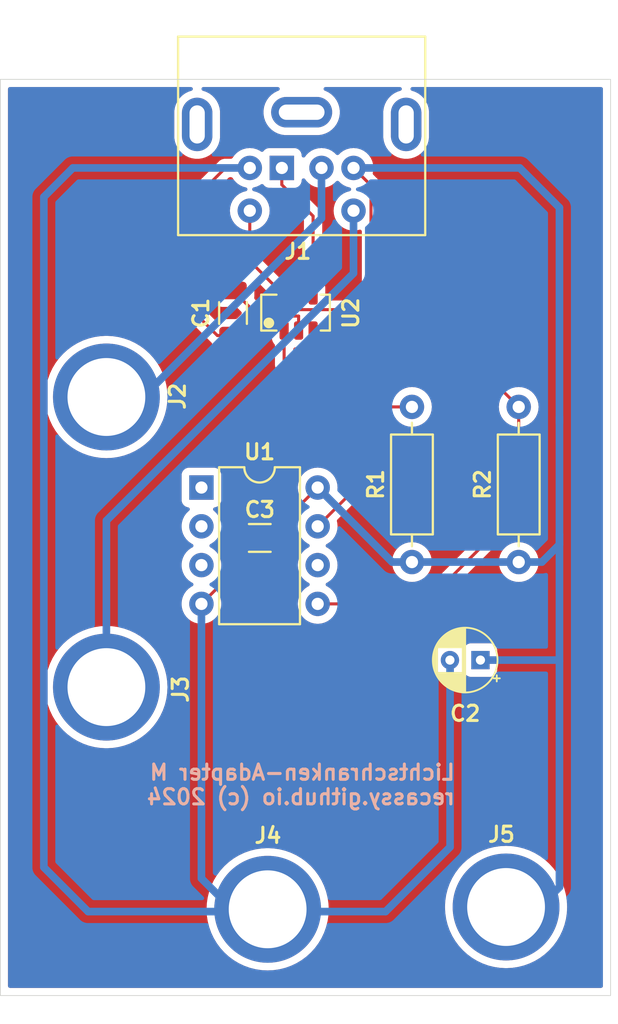
<source format=kicad_pcb>
(kicad_pcb (version 20240108) (generator "pcbnew") (generator_version "8.0")
  (layers (0 "F.Cu" signal) (31 "B.Cu" signal) (34 "B.Paste" user) (35 "F.Paste" user) (36 "B.SilkS" user "B.Silkscreen") (37 "F.SilkS" user "F.Silkscreen") (38 "B.Mask" user) (39 "F.Mask" user) (44 "Edge.Cuts" user))
  (net 0 "")
  (net 1 "GND")
  (net 2 "+5V")
  (net 3 "F")
  (net 4 "SCK")
  (net 5 "SDA")
  (net 6 "E")
  (net 7 "Net-(U1-PB2)")
  (net 8 "Net-(U1-AREF{slash}PB0)")
  (footprint "Library:Connector_Mini-DIN_Female_6Pin_2rows" (layer "F.Cu") (at 143.5 55.5 180)
    (property "Reference" "J1" (at -1.05 -5.47 0) (layer "F.SilkS") (effects (font (thickness 0.2) (bold yes))))
    (property "Value" "Mini-DIN-6")
    (fp_line (start 6.8 -4.4) (end 6.8 8.6) (stroke (width 0.15)) (layer "F.SilkS"))
    (fp_line (start -9.4 8.6) (end 6.8 8.6) (stroke (width 0.15)) (layer "F.SilkS"))
    (fp_line (start -9.4 -4.4) (end 6.8 -4.4) (stroke (width 0.15)) (layer "F.SilkS"))
    (fp_line (start -9.4 -4.4) (end -9.4 8.6) (stroke (width 0.15)) (layer "F.SilkS"))
    (pad "1" thru_hole rect (at 0 0 180) (size 1.6 1.6) (drill 0.8) (layers "*.Cu" "*.Mask") (net 5 "SDA"))
    (pad "2" thru_hole circle (at -2.6 0 180) (size 1.6 1.6) (drill 0.8) (layers "*.Cu" "*.Mask") (net 6 "E"))
    (pad "3" thru_hole circle (at 2.1 0 180) (size 1.6 1.6) (drill 0.8) (layers "*.Cu" "*.Mask") (net 1 "GND"))
    (pad "4" thru_hole circle (at -4.7 0 180) (size 1.6 1.6) (drill 0.8) (layers "*.Cu" "*.Mask") (net 2 "+5V"))
    (pad "5" thru_hole circle (at 2.1 -2.8 180) (size 1.6 1.6) (drill 0.8) (layers "*.Cu" "*.Mask") (net 4 "SCK"))
    (pad "6" thru_hole circle (at -4.7 -2.8 180) (size 1.6 1.6) (drill 0.8) (layers "*.Cu" "*.Mask") (net 3 "F"))
    (pad "7" thru_hole oval (at -8.15 2.85 180) (size 2 3.5) (drill oval 1 2.5) (layers "*.Cu" "*.Mask"))
    (pad "7" thru_hole oval (at -1.3 3.65 180) (size 4 2) (drill oval 3 1) (layers "*.Cu" "*.Mask"))
    (pad "7" thru_hole oval (at 5.55 2.85 180) (size 2 3.5) (drill oval 1 2.5) (layers "*.Cu" "*.Mask"))
  )
  (footprint "Library2:USBLC6" (layer "F.Cu") (at 148.65 65.15 90)
    (property "Reference" "U2" (at 0.14 -0.62 90) (layer "F.SilkS") (effects (font (thickness 0.2) (bold yes))))
    (property "Value" "USBLC6" (hide yes))
    (fp_line (start 1.35 -6.5) (end 1.35 -5.5) (stroke (width 0.15)) (layer "F.SilkS"))
    (fp_line (start -1 -6.5) (end 1.35 -6.5) (stroke (width 0.15)) (layer "F.SilkS"))
    (fp_line (start -1 -5.5) (end -1 -6.5) (stroke (width 0.15)) (layer "F.SilkS"))
    (fp_line (start -1 -2.6) (end -1 -2) (stroke (width 0.15)) (layer "F.SilkS"))
    (fp_line (start 1.35 -2) (end 1.35 -2.6) (stroke (width 0.15)) (layer "F.SilkS"))
    (fp_line (start -1 -2) (end 1.35 -2) (stroke (width 0.15)) (layer "F.SilkS"))
    (fp_circle (center -0.5 -6) (end -0.2 -6) (stroke (width 0.1)) (fill solid) (layer "F.SilkS"))
    (pad "1" smd roundrect (at -1 -5 90) (size 1.2 0.6) (layers "F.Cu" "F.Paste" "F.Mask") (net 7 "Net-(U1-PB2)"))
    (pad "2" smd roundrect (at -1 -4.05 90) (size 1.2 0.6) (layers "F.Cu" "F.Paste" "F.Mask") (net 1 "GND"))
    (pad "3" smd roundrect (at -1 -3.1 90) (size 1.2 0.6) (layers "F.Cu" "F.Paste" "F.Mask") (net 8 "Net-(U1-AREF{slash}PB0)"))
    (pad "4" smd roundrect (at 1.3 -3.1 90) (size 1.2 0.6) (layers "F.Cu" "F.Paste" "F.Mask") (net 5 "SDA"))
    (pad "5" smd roundrect (at 1.3 -4.05 90) (size 1.2 0.6) (layers "F.Cu" "F.Paste" "F.Mask") (net 2 "+5V"))
    (pad "6" smd roundrect (at 1.3 -5 90) (size 1.2 0.6) (layers "F.Cu" "F.Paste" "F.Mask") (net 4 "SCK"))
  )
  (footprint "Resistor_THT:R_Axial_DIN0207_L6.3mm_D2.5mm_P10.16mm_Horizontal" (layer "F.Cu") (at 152.03 81.31 90)
    (property "Reference" "R1" (at 5.08 -2.37 90) (layer "F.SilkS") (effects (font (thickness 0.2))))
    (property "Value" "R")
    (fp_line (start 8.35 -1.37) (end 1.81 -1.37) (stroke (width 0.15)) (layer "F.SilkS"))
    (fp_line (start 1.81 -1.37) (end 1.81 1.37) (stroke (width 0.15)) (layer "F.SilkS"))
    (fp_line (start 9.12 0) (end 8.35 0) (stroke (width 0.15)) (layer "F.SilkS"))
    (fp_line (start 1.04 0) (end 1.81 0) (stroke (width 0.15)) (layer "F.SilkS"))
    (fp_line (start 8.35 1.37) (end 8.35 -1.37) (stroke (width 0.15)) (layer "F.SilkS"))
    (fp_line (start 1.81 1.37) (end 8.35 1.37) (stroke (width 0.15)) (layer "F.SilkS"))
    (pad "1" thru_hole circle (at 0 0 90) (size 1.6 1.6) (drill 0.8) (layers "*.Cu" "*.Mask") (net 2 "+5V"))
    (pad "2" thru_hole oval (at 10.16 0 90) (size 1.6 1.6) (drill 0.8) (layers "*.Cu" "*.Mask") (net 7 "Net-(U1-PB2)"))
  )
  (footprint "Capacitor_THT:CP_Radial_D4.0mm_P2.00mm" (layer "F.Cu") (at 156.52 87.73 180)
    (property "Reference" "C2" (at 1 -3.5 0) (layer "F.SilkS") (effects (font (thickness 0.2) (bold yes))))
    (property "Value" "C_Polarized")
    (fp_line (start 3.081 -0.37) (end 3.081 0.37) (stroke (width 0.12)) (layer "F.SilkS"))
    (fp_line (start 3.041 -0.537) (end 3.041 0.537) (stroke (width 0.12)) (layer "F.SilkS"))
    (fp_line (start 3.001 -0.664) (end 3.001 0.664) (stroke (width 0.12)) (layer "F.SilkS"))
    (fp_line (start 2.961 -0.768) (end 2.961 0.768) (stroke (width 0.12)) (layer "F.SilkS"))
    (fp_line (start 2.921 -0.859) (end 2.921 0.859) (stroke (width 0.12)) (layer "F.SilkS"))
    (fp_line (start 2.881 -0.94) (end 2.881 0.94) (stroke (width 0.12)) (layer "F.SilkS"))
    (fp_line (start 2.841 -1.013) (end 2.841 1.013) (stroke (width 0.12)) (layer "F.SilkS"))
    (fp_line (start 2.801 0.84) (end 2.801 1.08) (stroke (width 0.12)) (layer "F.SilkS"))
    (fp_line (start 2.801 -1.08) (end 2.801 -0.84) (stroke (width 0.12)) (layer "F.SilkS"))
    (fp_line (start 2.761 0.84) (end 2.761 1.142) (stroke (width 0.12)) (layer "F.SilkS"))
    (fp_line (start 2.761 -1.142) (end 2.761 -0.84) (stroke (width 0.12)) (layer "F.SilkS"))
    (fp_line (start 2.721 0.84) (end 2.721 1.2) (stroke (width 0.12)) (layer "F.SilkS"))
    (fp_line (start 2.721 -1.2) (end 2.721 -0.84) (stroke (width 0.12)) (layer "F.SilkS"))
    (fp_line (start 2.681 0.84) (end 2.681 1.254) (stroke (width 0.12)) (layer "F.SilkS"))
    (fp_line (start 2.681 -1.254) (end 2.681 -0.84) (stroke (width 0.12)) (layer "F.SilkS"))
    (fp_line (start 2.641 0.84) (end 2.641 1.304) (stroke (width 0.12)) (layer "F.SilkS"))
    (fp_line (start 2.641 -1.304) (end 2.641 -0.84) (stroke (width 0.12)) (layer "F.SilkS"))
    (fp_line (start 2.601 0.84) (end 2.601 1.351) (stroke (width 0.12)) (layer "F.SilkS"))
    (fp_line (start 2.601 -1.351) (end 2.601 -0.84) (stroke (width 0.12)) (layer "F.SilkS"))
    (fp_line (start 2.561 0.84) (end 2.561 1.396) (stroke (width 0.12)) (layer "F.SilkS"))
    (fp_line (start 2.561 -1.396) (end 2.561 -0.84) (stroke (width 0.12)) (layer "F.SilkS"))
    (fp_line (start 2.521 0.84) (end 2.521 1.438) (stroke (width 0.12)) (layer "F.SilkS"))
    (fp_line (start 2.521 -1.438) (end 2.521 -0.84) (stroke (width 0.12)) (layer "F.SilkS"))
    (fp_line (start 2.481 0.84) (end 2.481 1.478) (stroke (width 0.12)) (layer "F.SilkS"))
    (fp_line (start 2.481 -1.478) (end 2.481 -0.84) (stroke (width 0.12)) (layer "F.SilkS"))
    (fp_line (start 2.441 0.84) (end 2.441 1.516) (stroke (width 0.12)) (layer "F.SilkS"))
    (fp_line (start 2.441 -1.516) (end 2.441 -0.84) (stroke (width 0.12)) (layer "F.SilkS"))
    (fp_line (start 2.401 0.84) (end 2.401 1.552) (stroke (width 0.12)) (layer "F.SilkS"))
    (fp_line (start 2.401 -1.552) (end 2.401 -0.84) (stroke (width 0.12)) (layer "F.SilkS"))
    (fp_line (start 2.361 0.84) (end 2.361 1.587) (stroke (width 0.12)) (layer "F.SilkS"))
    (fp_line (start 2.361 -1.587) (end 2.361 -0.84) (stroke (width 0.12)) (layer "F.SilkS"))
    (fp_line (start 2.321 0.84) (end 2.321 1.619) (stroke (width 0.12)) (layer "F.SilkS"))
    (fp_line (start 2.321 -1.619) (end 2.321 -0.84) (stroke (width 0.12)) (layer "F.SilkS"))
    (fp_line (start 2.281 0.84) (end 2.281 1.65) (stroke (width 0.12)) (layer "F.SilkS"))
    (fp_line (start 2.281 -1.65) (end 2.281 -0.84) (stroke (width 0.12)) (layer "F.SilkS"))
    (fp_line (start 2.241 0.84) (end 2.241 1.68) (stroke (width 0.12)) (layer "F.SilkS"))
    (fp_line (start 2.241 -1.68) (end 2.241 -0.84) (stroke (width 0.12)) (layer "F.SilkS"))
    (fp_line (start 2.201 0.84) (end 2.201 1.708) (stroke (width 0.12)) (layer "F.SilkS"))
    (fp_line (start 2.201 -1.708) (end 2.201 -0.84) (stroke (width 0.12)) (layer "F.SilkS"))
    (fp_line (start 2.161 0.84) (end 2.161 1.735) (stroke (width 0.12)) (layer "F.SilkS"))
    (fp_line (start 2.161 -1.735) (end 2.161 -0.84) (stroke (width 0.12)) (layer "F.SilkS"))
    (fp_line (start 2.121 0.84) (end 2.121 1.76) (stroke (width 0.12)) (layer "F.SilkS"))
    (fp_line (start 2.121 -1.76) (end 2.121 -0.84) (stroke (width 0.12)) (layer "F.SilkS"))
    (fp_line (start 2.081 0.84) (end 2.081 1.785) (stroke (width 0.12)) (layer "F.SilkS"))
    (fp_line (start 2.081 -1.785) (end 2.081 -0.84) (stroke (width 0.12)) (layer "F.SilkS"))
    (fp_line (start 2.041 0.84) (end 2.041 1.808) (stroke (width 0.12)) (layer "F.SilkS"))
    (fp_line (start 2.041 -1.808) (end 2.041 -0.84) (stroke (width 0.12)) (layer "F.SilkS"))
    (fp_line (start 2.001 0.84) (end 2.001 1.83) (stroke (width 0.12)) (layer "F.SilkS"))
    (fp_line (start 2.001 -1.83) (end 2.001 -0.84) (stroke (width 0.12)) (layer "F.SilkS"))
    (fp_line (start 1.961 0.84) (end 1.961 1.851) (stroke (width 0.12)) (layer "F.SilkS"))
    (fp_line (start 1.961 -1.851) (end 1.961 -0.84) (stroke (width 0.12)) (layer "F.SilkS"))
    (fp_line (start 1.921 0.84) (end 1.921 1.87) (stroke (width 0.12)) (layer "F.SilkS"))
    (fp_line (start 1.921 -1.87) (end 1.921 -0.84) (stroke (width 0.12)) (layer "F.SilkS"))
    (fp_line (start 1.881 0.84) (end 1.881 1.889) (stroke (width 0.12)) (layer "F.SilkS"))
    (fp_line (start 1.881 -1.889) (end 1.881 -0.84) (stroke (width 0.12)) (layer "F.SilkS"))
    (fp_line (start 1.841 0.84) (end 1.841 1.907) (stroke (width 0.12)) (layer "F.SilkS"))
    (fp_line (start 1.841 -1.907) (end 1.841 -0.84) (stroke (width 0.12)) (layer "F.SilkS"))
    (fp_line (start 1.801 0.84) (end 1.801 1.924) (stroke (width 0.12)) (layer "F.SilkS"))
    (fp_line (start 1.801 -1.924) (end 1.801 -0.84) (stroke (width 0.12)) (layer "F.SilkS"))
    (fp_line (start 1.761 0.84) (end 1.761 1.94) (stroke (width 0.12)) (layer "F.SilkS"))
    (fp_line (start 1.761 -1.94) (end 1.761 -0.84) (stroke (width 0.12)) (layer "F.SilkS"))
    (fp_line (start 1.721 0.84) (end 1.721 1.954) (stroke (width 0.12)) (layer "F.SilkS"))
    (fp_line (start 1.721 -1.954) (end 1.721 -0.84) (stroke (width 0.12)) (layer "F.SilkS"))
    (fp_line (start 1.68 0.84) (end 1.68 1.968) (stroke (width 0.12)) (layer "F.SilkS"))
    (fp_line (start 1.68 -1.968) (end 1.68 -0.84) (stroke (width 0.12)) (layer "F.SilkS"))
    (fp_line (start 1.64 0.84) (end 1.64 1.982) (stroke (width 0.12)) (layer "F.SilkS"))
    (fp_line (start 1.64 -1.982) (end 1.64 -0.84) (stroke (width 0.12)) (layer "F.SilkS"))
    (fp_line (start 1.6 0.84) (end 1.6 1.994) (stroke (width 0.12)) (layer "F.SilkS"))
    (fp_line (start 1.6 -1.994) (end 1.6 -0.84) (stroke (width 0.12)) (layer "F.SilkS"))
    (fp_line (start 1.56 0.84) (end 1.56 2.005) (stroke (width 0.12)) (layer "F.SilkS"))
    (fp_line (start 1.56 -2.005) (end 1.56 -0.84) (stroke (width 0.12)) (layer "F.SilkS"))
    (fp_line (start 1.52 0.84) (end 1.52 2.016) (stroke (width 0.12)) (layer "F.SilkS"))
    (fp_line (start 1.52 -2.016) (end 1.52 -0.84) (stroke (width 0.12)) (layer "F.SilkS"))
    (fp_line (start 1.48 0.84) (end 1.48 2.025) (stroke (width 0.12)) (layer "F.SilkS"))
    (fp_line (start 1.48 -2.025) (end 1.48 -0.84) (stroke (width 0.12)) (layer "F.SilkS"))
    (fp_line (start 1.44 0.84) (end 1.44 2.034) (stroke (width 0.12)) (layer "F.SilkS"))
    (fp_line (start 1.44 -2.034) (end 1.44 -0.84) (stroke (width 0.12)) (layer "F.SilkS"))
    (fp_line (start 1.4 0.84) (end 1.4 2.042) (stroke (width 0.12)) (layer "F.SilkS"))
    (fp_line (start 1.4 -2.042) (end 1.4 -0.84) (stroke (width 0.12)) (layer "F.SilkS"))
    (fp_line (start 1.36 0.84) (end 1.36 2.05) (stroke (width 0.12)) (layer "F.SilkS"))
    (fp_line (start 1.36 -2.05) (end 1.36 -0.84) (stroke (width 0.12)) (layer "F.SilkS"))
    (fp_line (start 1.32 0.84) (end 1.32 2.056) (stroke (width 0.12)) (layer "F.SilkS"))
    (fp_line (start 1.32 -2.056) (end 1.32 -0.84) (stroke (width 0.12)) (layer "F.SilkS"))
    (fp_line (start 1.28 0.84) (end 1.28 2.062) (stroke (width 0.12)) (layer "F.SilkS"))
    (fp_line (start 1.28 -2.062) (end 1.28 -0.84) (stroke (width 0.12)) (layer "F.SilkS"))
    (fp_line (start 1.24 0.84) (end 1.24 2.067) (stroke (width 0.12)) (layer "F.SilkS"))
    (fp_line (start 1.24 -2.067) (end 1.24 -0.84) (stroke (width 0.12)) (layer "F.SilkS"))
    (fp_line (start 1.2 0.84) (end 1.2 2.071) (stroke (width 0.12)) (layer "F.SilkS"))
    (fp_line (start 1.2 -2.071) (end 1.2 -0.84) (stroke (width 0.12)) (layer "F.SilkS"))
    (fp_line (start 1.16 -2.074) (end 1.16 2.074) (stroke (width 0.12)) (layer "F.SilkS"))
    (fp_line (start 1.12 -2.077) (end 1.12 2.077) (stroke (width 0.12)) (layer "F.SilkS"))
    (fp_line (start 1.08 -2.079) (end 1.08 2.079) (stroke (width 0.12)) (layer "F.SilkS"))
    (fp_line (start 1.04 -2.08) (end 1.04 2.08) (stroke (width 0.12)) (layer "F.SilkS"))
    (fp_line (start 1 -2.08) (end 1 2.08) (stroke (width 0.12)) (layer "F.SilkS"))
    (fp_line (start -1.069801 -1.395) (end -1.069801 -0.995) (stroke (width 0.12)) (layer "F.SilkS"))
    (fp_line (start -1.269801 -1.195) (end -0.869801 -1.195) (stroke (width 0.12)) (layer "F.SilkS"))
    (fp_circle (center 1 0) (end 3.12 0) (stroke (width 0.12)) (fill none) (layer "F.SilkS"))
    (pad "1" thru_hole rect (at 0 0 180) (size 1.2 1.2) (drill 0.6) (layers "*.Cu" "*.Mask") (net 2 "+5V"))
    (pad "2" thru_hole circle (at 2 0 180) (size 1.2 1.2) (drill 0.6) (layers "*.Cu" "*.Mask") (net 1 "GND"))
  )
  (footprint "Capacitor_SMD:C_1206_3216Metric" (layer "F.Cu") (at 142.055 79.73)
    (property "Reference" "C3" (at 0 -1.85 0) (layer "F.SilkS") (effects (font (thickness 0.2) (bold yes))))
    (property "Value" "C")
    (fp_line (start -0.711252 -0.91) (end 0.711252 -0.91) (stroke (width 0.15)) (layer "F.SilkS"))
    (fp_line (start -0.711252 0.91) (end 0.711252 0.91) (stroke (width 0.15)) (layer "F.SilkS"))
    (pad "1" smd roundrect (at -1.475 0) (size 1.15 1.8) (layers "F.Cu" "F.Paste" "F.Mask") (roundrect_rratio 0.217391) (net 1 "GND"))
    (pad "2" smd roundrect (at 1.475 0) (size 1.15 1.8) (layers "F.Cu" "F.Paste" "F.Mask") (roundrect_rratio 0.217391) (net 2 "+5V"))
  )
  (footprint "Library2:Banana-Slot" (layer "F.Cu") (at 136 89.5 90)
    (property "Reference" "J3" (at -0.14 0.86 90) (layer "F.SilkS") (effects (font (thickness 0.2) (bold yes))))
    (property "Value" "Conn_01x01_Socket")
    (pad "1" thru_hole circle (at 0 -4 90) (size 7 7) (drill 5.1) (layers "*.Cu" "*.Mask") (net 3 "F"))
  )
  (footprint "Resistor_THT:R_Axial_DIN0207_L6.3mm_D2.5mm_P10.16mm_Horizontal" (layer "F.Cu") (at 159.03 81.31 90)
    (property "Reference" "R2" (at 5.08 -2.37 90) (layer "F.SilkS") (effects (font (thickness 0.2) (bold yes))))
    (property "Value" "R")
    (fp_line (start 8.35 -1.37) (end 1.81 -1.37) (stroke (width 0.15)) (layer "F.SilkS"))
    (fp_line (start 1.81 -1.37) (end 1.81 1.37) (stroke (width 0.15)) (layer "F.SilkS"))
    (fp_line (start 9.12 0) (end 8.35 0) (stroke (width 0.15)) (layer "F.SilkS"))
    (fp_line (start 1.04 0) (end 1.81 0) (stroke (width 0.15)) (layer "F.SilkS"))
    (fp_line (start 8.35 1.37) (end 8.35 -1.37) (stroke (width 0.15)) (layer "F.SilkS"))
    (fp_line (start 1.81 1.37) (end 8.35 1.37) (stroke (width 0.15)) (layer "F.SilkS"))
    (pad "1" thru_hole circle (at 0 0 90) (size 1.6 1.6) (drill 0.8) (layers "*.Cu" "*.Mask") (net 2 "+5V"))
    (pad "2" thru_hole oval (at 10.16 0 90) (size 1.6 1.6) (drill 0.8) (layers "*.Cu" "*.Mask") (net 8 "Net-(U1-AREF{slash}PB0)"))
  )
  (footprint "Library2:Banana-Slot" (layer "F.Cu") (at 162.2 103.9 90)
    (property "Reference" "J5" (at 4.75 -4.3 0) (layer "F.SilkS") (effects (font (thickness 0.2) (bold yes))))
    (property "Value" "Conn_01x01_Socket")
    (pad "1" thru_hole circle (at 0 -4 90) (size 7 7) (drill 5.1) (layers "*.Cu" "*.Mask") (net 2 "+5V"))
  )
  (footprint "Capacitor_SMD:C_1206_3216Metric" (layer "F.Cu") (at 140.3 65 -90)
    (property "Reference" "C1" (at 0.01 2.1 90) (layer "F.SilkS") (effects (font (thickness 0.2) (bold yes))))
    (property "Value" "C")
    (fp_line (start -0.711252 0.91) (end 0.711252 0.91) (stroke (width 0.15)) (layer "F.SilkS"))
    (fp_line (start -0.711252 -0.91) (end 0.711252 -0.91) (stroke (width 0.15)) (layer "F.SilkS"))
    (pad "1" smd roundrect (at -1.475 0 270) (size 1.15 1.8) (layers "F.Cu" "F.Paste" "F.Mask") (roundrect_rratio 0.217391) (net 2 "+5V"))
    (pad "2" smd roundrect (at 1.475 0 270) (size 1.15 1.8) (layers "F.Cu" "F.Paste" "F.Mask") (roundrect_rratio 0.217391) (net 1 "GND"))
  )
  (footprint "Library2:Banana-Slot" (layer "F.Cu") (at 136 70.5 90)
    (property "Reference" "J2" (at 0.05 0.66 90) (layer "F.SilkS") (effects (font (thickness 0.2) (bold yes))))
    (property "Value" "Conn_01x01_Socket")
    (pad "1" thru_hole circle (at 0 -4 90) (size 7 7) (drill 5.1) (layers "*.Cu" "*.Mask") (net 6 "E"))
  )
  (footprint "Library2:Banana-Slot" (layer "F.Cu") (at 146.57 104.05 90)
    (property "Reference" "J4" (at 4.83 -3.98 0) (layer "F.SilkS") (effects (font (thickness 0.2) (bold yes))))
    (property "Value" "Conn_01x01_Socket")
    (pad "1" thru_hole circle (at 0 -4 90) (size 7 7) (drill 5.1) (layers "*.Cu" "*.Mask") (net 1 "GND"))
  )
  (footprint "Package_DIP:DIP-8_W7.62mm" (layer "F.Cu") (at 138.23 76.43)
    (property "Reference" "U1" (at 3.81 -2.33 0) (layer "F.SilkS") (effects (font (thickness 0.2))))
    (property "Value" "ATtiny25-20P")
    (fp_line (start 1.16 -1.33) (end 1.16 8.95) (stroke (width 0.15)) (layer "F.SilkS"))
    (fp_line (start 1.16 8.95) (end 6.46 8.95) (stroke (width 0.15)) (layer "F.SilkS"))
    (fp_line (start 2.81 -1.33) (end 1.16 -1.33) (stroke (width 0.15)) (layer "F.SilkS"))
    (fp_line (start 6.46 -1.33) (end 4.81 -1.33) (stroke (width 0.15)) (layer "F.SilkS"))
    (fp_line (start 6.46 8.95) (end 6.46 -1.33) (stroke (width 0.15)) (layer "F.SilkS"))
    (fp_arc (start 4.81 -1.33) (mid 3.81 -0.33) (end 2.81 -1.33) (stroke (width 0.15)) (layer "F.SilkS"))
    (pad "1" thru_hole rect (at 0 0) (size 1.6 1.6) (drill 0.8) (layers "*.Cu" "*.Mask"))
    (pad "2" thru_hole oval (at 0 2.54) (size 1.6 1.6) (drill 0.8) (layers "*.Cu" "*.Mask"))
    (pad "3" thru_hole oval (at 0 5.08) (size 1.6 1.6) (drill 0.8) (layers "*.Cu" "*.Mask"))
    (pad "4" thru_hole oval (at 0 7.62) (size 1.6 1.6) (drill 0.8) (layers "*.Cu" "*.Mask") (net 1 "GND"))
    (pad "5" thru_hole oval (at 7.62 7.62) (size 1.6 1.6) (drill 0.8) (layers "*.Cu" "*.Mask") (net 8 "Net-(U1-AREF{slash}PB0)"))
    (pad "6" thru_hole oval (at 7.62 5.08) (size 1.6 1.6) (drill 0.8) (layers "*.Cu" "*.Mask"))
    (pad "7" thru_hole oval (at 7.62 2.54) (size 1.6 1.6) (drill 0.8) (layers "*.Cu" "*.Mask") (net 7 "Net-(U1-PB2)"))
    (pad "8" thru_hole oval (at 7.62 0) (size 1.6 1.6) (drill 0.8) (layers "*.Cu" "*.Mask") (net 2 "+5V"))
  )
  (gr_rect (start 125.05 49.7) (end 165.05 109.7) (stroke (width 0.05)) (fill none) (layer "Edge.Cuts"))
  (gr_text "Lichtschranken-Adapter M\nrecassy.github.io (c) 2024" (at 154.95 97.28 0) (layer "B.SilkS") (effects (font (size 1 1) (thickness 0.2) (bold yes)) (justify left bottom mirror)))
  (segment (start 138.1 57.2) (end 139.8 55.5) (width 0.2) (layer "F.Cu") (net 1))
  (segment (start 140.3 66.475) (end 139.275 66.475) (width 0.2) (layer "F.Cu") (net 1))
  (segment (start 140.3 66.475) (end 141.575 65.2) (width 0.2) (layer "F.Cu") (net 1))
  (segment (start 138.23 84.05) (end 140.58 81.7) (width 0.2) (layer "F.Cu") (net 1))
  (segment (start 144.6 66.15) (end 144.25 66.5) (width 0.2) (layer "F.Cu") (net 1))
  (segment (start 144.6 65.2) (end 144.6 66.15) (width 0.2) (layer "F.Cu") (net 1))
  (segment (start 139.8 55.5) (end 141.4 55.5) (width 0.2) (layer "F.Cu") (net 1))
  (segment (start 140.58 81.7) (end 140.58 79.73) (width 0.2) (layer "F.Cu") (net 1))
  (segment (start 141.575 65.2) (end 144.6 65.2) (width 0.2) (layer "F.Cu") (net 1))
  (segment (start 140.69 79.6199) (end 140.8 79.5098) (width 0.2) (layer "F.Cu") (net 1))
  (segment (start 140.58 79.73) (end 140.69 79.6199) (width 0.2) (layer "F.Cu") (net 1))
  (segment (start 138.1 65.3) (end 138.1 57.2) (width 0.2) (layer "F.Cu") (net 1))
  (segment (start 139.275 66.475) (end 138.1 65.3) (width 0.2) (layer "F.Cu") (net 1))
  (segment (start 138.23 102.03) (end 140.4 104.2) (width 0.5) (layer "B.Cu") (net 1))
  (segment (start 129.8 55.5) (end 127.9 57.4) (width 0.5) (layer "B.Cu") (net 1))
  (segment (start 150.3 104.2) (end 154.53 99.97) (width 0.5) (layer "B.Cu") (net 1))
  (segment (start 138.23 98.07) (end 138.2 98.1) (width 0.2) (layer "B.Cu") (net 1))
  (segment (start 154.53 99.97) (end 154.53 87.73) (width 0.5) (layer "B.Cu") (net 1))
  (segment (start 142.5 104.2) (end 140.4 104.2) (width 0.5) (layer "B.Cu") (net 1))
  (segment (start 130.8 104.2) (end 127.9 101.3) (width 0.5) (layer "B.Cu") (net 1))
  (segment (start 142.5 104.2) (end 150.3 104.2) (width 0.5) (layer "B.Cu") (net 1))
  (segment (start 138.2 97.23) (end 138.23 97.2) (width 0.2) (layer "B.Cu") (net 1))
  (segment (start 138.23 84.05) (end 138.23 97.5) (width 0.5) (layer "B.Cu") (net 1))
  (segment (start 138.2 98.1) (end 138.2 97.23) (width 0.2) (layer "B.Cu") (net 1))
  (segment (start 127.9 57.4) (end 127.9 101.3) (width 0.5) (layer "B.Cu") (net 1))
  (segment (start 141.4 55.5) (end 129.8 55.5) (width 0.5) (layer "B.Cu") (net 1))
  (segment (start 138.23 97.5) (end 138.23 98.07) (width 0.5) (layer "B.Cu") (net 1))
  (segment (start 138.23 97.5) (end 138.23 102.03) (width 0.5) (layer "B.Cu") (net 1))
  (segment (start 140.4 104.2) (end 130.8 104.2) (width 0.5) (layer "B.Cu") (net 1))
  (segment (start 149.346 63.525) (end 149.346 63.7547) (width 0.2) (layer "F.Cu") (net 2))
  (segment (start 144.6 63.85) (end 144.6 64.6808) (width 0.2) (layer "F.Cu") (net 2))
  (segment (start 141.5558 64.7808) (end 140.3 63.525) (width 0.2) (layer "F.Cu") (net 2))
  (segment (start 145.24 64.7808) (end 144.5 64.7808) (width 0.2) (layer "F.Cu") (net 2))
  (segment (start 145.85 76.43) (end 143.53 78.75) (width 0.2) (layer "F.Cu") (net 2))
  (segment (start 143.53 78.75) (end 143.53 79.73) (width 0.2) (layer "F.Cu") (net 2))
  (segment (start 149.346 63.7547) (end 148.32 64.7808) (width 0.2) (layer "F.Cu") (net 2))
  (segment (start 144.6 64.6808) (end 144.5 64.7808) (width 0.2) (layer "F.Cu") (net 2))
  (segment (start 148.2 55.5) (end 149.346 56.6461) (width 0.2) (layer "F.Cu") (net 2))
  (segment (start 148.32 64.7808) (end 145.24 64.7808) (width 0.2) (layer "F.Cu") (net 2))
  (segment (start 149.346 56.6461) (end 149.346 63.525) (width 0.2) (layer "F.Cu") (net 2))
  (segment (start 144.5 64.7808) (end 141.5558 64.7808) (width 0.2) (layer "F.Cu") (net 2))
  (segment (start 143.53 79.73) (end 143.886 80.0858) (width 0.2) (layer "F.Cu") (net 2))
  (segment (start 159 103.1) (end 158.2 103.9) (width 0.2) (layer "B.Cu") (net 2))
  (segment (start 161.7 87.8) (end 161.7 102.6) (width 0.5) (layer "B.Cu") (net 2))
  (segment (start 150.73 81.31) (end 145.85 76.43) (width 0.5) (layer "B.Cu") (net 2))
  (segment (start 156.63 81.41) (end 156.73 81.31) (width 0.2) (layer "B.Cu") (net 2))
  (segment (start 156.53 87.73) (end 156.63 87.63) (width 0.2) (layer "B.Cu") (net 2))
  (segment (start 159.03 81.31) (end 156.73 81.31) (width 0.5) (layer "B.Cu") (net 2))
  (segment (start 161.63 87.73) (end 161.7 87.8) (width 0.2) (layer "B.Cu") (net 2))
  (segment (start 161.7 80.16) (end 161.7 79.5) (width 0.5) (layer "B.Cu") (net 2))
  (segment (start 161.7 79.5) (end 161.7 71.8) (width 0.5) (layer "B.Cu") (net 2))
  (segment (start 161.7 102.6) (end 160.4 103.9) (width 0.5) (layer "B.Cu") (net 2))
  (segment (start 161.7 79.5) (end 161.7 87.8) (width 0.5) (layer "B.Cu") (net 2))
  (segment (start 160.55 81.31) (end 161.7 80.16) (width 0.5) (layer "B.Cu") (net 2))
  (segment (start 156.53 87.73) (end 161.63 87.73) (width 0.5) (layer "B.Cu") (net 2))
  (segment (start 152.03 81.31) (end 150.73 81.31) (width 0.5) (layer "B.Cu") (net 2))
  (segment (start 160.4 103.9) (end 158.2 103.9) (width 0.5) (layer "B.Cu") (net 2))
  (segment (start 159.03 81.31) (end 160.55 81.31) (width 0.5) (layer "B.Cu") (net 2))
  (segment (start 161.7 58.1) (end 161.7 72.2) (width 0.5) (layer "B.Cu") (net 2))
  (segment (start 161.7 72.2) (end 161.7 71.8) (width 0.2) (layer "B.Cu") (net 2))
  (segment (start 159.1 55.5) (end 161.7 58.1) (width 0.5) (layer "B.Cu") (net 2))
  (segment (start 161.73 80.13) (end 161.73 79.93) (width 0.2) (layer "B.Cu") (net 2))
  (segment (start 148.2 55.5) (end 159.1 55.5) (width 0.5) (layer "B.Cu") (net 2))
  (segment (start 156.73 81.31) (end 152.03 81.31) (width 0.5) (layer "B.Cu") (net 2))
  (segment (start 148.2 62.3979) (end 148.2 58.3) (width 0.5) (layer "B.Cu") (net 3))
  (segment (start 132 78.5979) (end 148.2 62.3979) (width 0.5) (layer "B.Cu") (net 3))
  (segment (start 132 89.5) (end 132 78.5979) (width 0.5) (layer "B.Cu") (net 3))
  (segment (start 141.4 61.6) (end 143.65 63.85) (width 0.2) (layer "F.Cu") (net 4))
  (segment (start 141.4 58.3) (end 141.4 61.6) (width 0.2) (layer "F.Cu") (net 4))
  (segment (start 145.55 58.6517) (end 145.55 63.85) (width 0.2) (layer "F.Cu") (net 5))
  (segment (start 143.5 55.5) (end 143.5 56.6017) (width 0.2) (layer "F.Cu") (net 5))
  (segment (start 143.5 56.6017) (end 145.55 58.6517) (width 0.2) (layer "F.Cu") (net 5))
  (segment (start 134.4 70.5) (end 146.1 58.8) (width 0.5) (layer "B.Cu") (net 6))
  (segment (start 146.1 58.8) (end 146.1 55.5) (width 0.5) (layer "B.Cu") (net 6))
  (segment (start 132 70.5) (end 134.4 70.5) (width 0.5) (layer "B.Cu") (net 6))
  (segment (start 143.65 66.15) (end 143.65 68.35) (width 0.2) (layer "F.Cu") (net 7))
  (segment (start 148.2 76.62) (end 148.2 71.15) (width 0.2) (layer "F.Cu") (net 7))
  (segment (start 143.65 68.35) (end 146.45 71.15) (width 0.2) (layer "F.Cu") (net 7))
  (segment (start 146.45 71.15) (end 148.2 71.15) (width 0.2) (layer "F.Cu") (net 7))
  (segment (start 145.85 78.97) (end 148.2 76.62) (width 0.2) (layer "F.Cu") (net 7))
  (segment (start 148.2 71.15) (end 152.03 71.15) (width 0.2) (layer "F.Cu") (net 7))
  (segment (start 159.03 71.15) (end 159.03 77.87) (width 0.2) (layer "F.Cu") (net 8))
  (segment (start 152.85 84.05) (end 145.85 84.05) (width 0.2) (layer "F.Cu") (net 8))
  (segment (start 159.03 77.87) (end 152.85 84.05) (width 0.2) (layer "F.Cu") (net 8))
  (segment (start 154.03 66.15) (end 145.55 66.15) (width 0.2) (layer "F.Cu") (net 8))
  (segment (start 159.03 71.15) (end 154.03 66.15) (width 0.2) (layer "F.Cu") (net 8))
  (segment (start 158.75 71.15) (end 159.03 71.15) (width 0.2) (layer "B.Cu") (net 8))
  (segment (start 159.03 70.65) (end 159.03 71.15) (width 0.2) (layer "B.Cu") (net 8))
  (segment (start 159.03 71.15) (end 159.03 71.7517) (width 0.2) (layer "B.Cu") (net 8))
  (zone (net 0) (net_name "") (layer "F.Cu") (connect_pads (clearance 0.5)) (min_thickness 0.25) (fill yes (thermal_gap 0.5) (thermal_bridge_width 0.5) (island_removal_mode 1) (island_area_min 10))
    (polygon (pts (xy 125.05 49.71) (xy 165.05 49.7) (xy 165.04 109.7) (xy 125.04 109.7)))
  )
  (zone (net 0) (net_name "") (layer "B.Cu") (priority 1) (connect_pads (clearance 0.5)) (min_thickness 0.25) (fill yes (thermal_gap 0.5) (thermal_bridge_width 0.5) (island_removal_mode 1) (island_area_min 10))
    (polygon (pts (xy 125.05 49.7) (xy 165.05 49.7) (xy 165.04 109.7) (xy 125.05 109.69)))
  )
)
</source>
